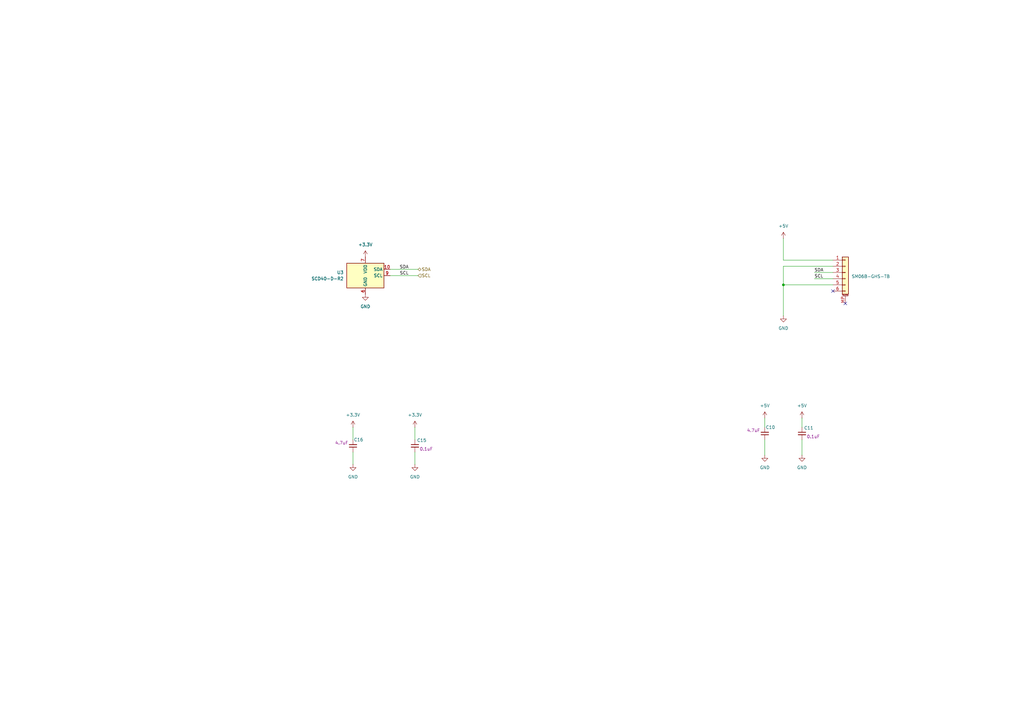
<source format=kicad_sch>
(kicad_sch (version 20250114) (generator "eeschema") (generator_version "9.0")
  (paper "A3")
  (title_block (rev "v0.1"))
  (lib_symbols
    (symbol "2s_Capacitor:100nF_0603_16V" (pin_numbers (hide yes)) (pin_names (offset 0.254) (hide yes))
      (property "Reference" "C" (at 1.905 1.27 0))
      (property "Display" "0.1uF" (at 1.905 -1.27 0))
      (symbol "100nF_0603_16V_0_1"
        (polyline (pts (xy -1.524 0.508) (xy 1.524 0.508)) (stroke (width 0.3048)))
        (polyline (pts (xy -1.524 -0.508) (xy 1.524 -0.508)) (stroke (width 0.3302)))
      )
      (symbol "100nF_0603_16V_1_1"
        (pin passive line (at 0 2.54 270) (length 2.032) (name "~") (number "1"))
        (pin passive line (at 0 -2.54 90) (length 2.032) (name "~") (number "2"))
      )
    )
    (symbol "2s_Capacitor:4.7uF_0603_25V" (pin_numbers (hide yes)) (pin_names (offset 0.254) (hide yes))
      (property "Reference" "C" (at 1.905 1.27 0))
      (property "Display" "4.7uF" (at 1.905 -1.27 0))
      (symbol "4.7uF_0603_25V_0_1"
        (polyline (pts (xy -1.524 0.508) (xy 1.524 0.508)) (stroke (width 0.3048)))
        (polyline (pts (xy -1.524 -0.508) (xy 1.524 -0.508)) (stroke (width 0.3302)))
      )
      (symbol "4.7uF_0603_25V_1_1"
        (pin passive line (at 0 2.54 270) (length 2.032) (name "~") (number "1"))
        (pin passive line (at 0 -2.54 90) (length 2.032) (name "~") (number "2"))
      )
    )
    (symbol "2s_connectors:SM06B-GHS-TB" (pin_names (offset 1.016) (hide yes))
      (property "Value" "SM06B-GHS-TB" (at -1.778 11.176 0))
      (symbol "SM06B-GHS-TB_1_1"
        (rectangle (start 0 7.62) (end 2.54 -7.62) (stroke (width 0.254)) (fill (type background)))
        (rectangle (start 0 6.477) (end 1.27 6.223) (stroke (width 0.1524)))
        (rectangle (start 0 3.937) (end 1.27 3.683) (stroke (width 0.1524)))
        (rectangle (start 0 1.397) (end 1.27 1.143) (stroke (width 0.1524)))
        (rectangle (start 0 -1.143) (end 1.27 -1.397) (stroke (width 0.1524)))
        (rectangle (start 0 -3.683) (end 1.27 -3.937) (stroke (width 0.1524)))
        (rectangle (start 0 -6.223) (end 1.27 -6.477) (stroke (width 0.1524)))
        (polyline (pts (xy 0.254 -8.382) (xy 2.286 -8.382)) (stroke (width 0.1524)))
        (text "Mounting" (at 1.27 -8.001 0) (effects (font (size 0.381 0.381))))
        (pin passive line (at -3.81 6.35 0) (length 3.81) (name "Pin_1") (number "1"))
        (pin passive line (at -3.81 3.81 0) (length 3.81) (name "Pin_2") (number "2"))
        (pin passive line (at -3.81 1.27 0) (length 3.81) (name "Pin_3") (number "3"))
        (pin passive line (at -3.81 -1.27 0) (length 3.81) (name "Pin_4") (number "4"))
        (pin passive line (at -3.81 -3.81 0) (length 3.81) (name "Pin_5") (number "5"))
        (pin passive line (at -3.81 -6.35 0) (length 3.81) (name "Pin_6") (number "6"))
        (pin passive line (at 1.27 -11.43 90) (length 3.048) (name "MountPin") (number "MP"))
      )
    )
    (symbol "2s_sensors:SCD40-D-R2"
      (property "Reference" "U" (at -7.62 6.35 0))
      (property "Value" "SCD40-D-R2" (at 6.985 6.35 0))
      (symbol "SCD40-D-R2_1_1"
        (rectangle (start -7.62 5.08) (end 7.62 -5.08) (stroke (width 0.254)) (fill (type background)))
        (pin passive line (at 0 7.62 270) (length 2.54) (hide yes) (name "VDD") (number "19"))
        (pin power_in line (at 0 7.62 270) (length 2.54) (name "VDD") (number "7"))
        (pin passive line (at 0 -7.62 90) (length 2.54) (hide yes) (name "GND") (number "20"))
        (pin passive line (at 0 -7.62 90) (length 2.54) (hide yes) (name "GND") (number "21"))
        (pin power_in line (at 0 -7.62 90) (length 2.54) (name "GND") (number "6"))
        (pin bidirectional line (at 10.16 2.54 180) (length 2.54) (name "SDA") (number "10"))
        (pin input line (at 10.16 0 180) (length 2.54) (name "SCL") (number "9"))
      )
    )
    (symbol "power:+3.3V" (power) (pin_numbers (hide yes)) (pin_names (offset 0) (hide yes))
      (property "Value" "+3.3V" (at 0 3.556 0))
      (symbol "+3.3V_0_1"
        (polyline (pts (xy -0.762 1.27) (xy 0 2.54)))
        (polyline (pts (xy 0 2.54) (xy 0.762 1.27)))
        (polyline (pts (xy 0 0) (xy 0 2.54)))
      )
      (symbol "+3.3V_1_1"
        (pin power_in line (at 0 0 90) (length 0) (name "~") (number "1"))
      )
    )
    (symbol "power:+5V" (power) (pin_numbers (hide yes)) (pin_names (offset 0) (hide yes))
      (property "Value" "+5V" (at 0 3.556 0))
      (symbol "+5V_0_1"
        (polyline (pts (xy -0.762 1.27) (xy 0 2.54)))
        (polyline (pts (xy 0 2.54) (xy 0.762 1.27)))
        (polyline (pts (xy 0 0) (xy 0 2.54)))
      )
      (symbol "+5V_1_1"
        (pin power_in line (at 0 0 90) (length 0) (name "~") (number "1"))
      )
    )
    (symbol "power:GND" (power) (pin_numbers (hide yes)) (pin_names (offset 0) (hide yes))
      (property "Value" "GND" (at 0 -3.81 0))
      (symbol "GND_0_1"
        (polyline (pts (xy 0 0) (xy 0 -1.27) (xy 1.27 -1.27) (xy 0 -2.54) (xy -1.27 -1.27) (xy 0 -1.27)))
      )
      (symbol "GND_1_1"
        (pin power_in line (at 0 0 270) (length 0) (name "~") (number "1"))
      )
    )
  )
  (junction (at 321.31 116.84))
  (no_connect (at 341.63 119.38))
  (no_connect (at 346.71 124.46))
  (wire (pts (xy 144.78 185.42) (xy 144.78 190.5)))
  (wire (pts (xy 321.31 97.79) (xy 321.31 106.68)))
  (wire (pts (xy 321.31 106.68) (xy 341.63 106.68)))
  (wire (pts (xy 170.18 175.26) (xy 170.18 180.34)))
  (wire (pts (xy 313.69 180.34) (xy 313.69 186.69)))
  (wire (pts (xy 321.31 116.84) (xy 321.31 129.54)))
  (wire (pts (xy 328.93 180.34) (xy 328.93 186.69)))
  (wire (pts (xy 321.31 116.84) (xy 341.63 116.84)))
  (wire (pts (xy 144.78 175.26) (xy 144.78 180.34)))
  (wire (pts (xy 334.01 114.3) (xy 341.63 114.3)))
  (wire (pts (xy 321.31 109.22) (xy 341.63 109.22)))
  (wire (pts (xy 170.18 185.42) (xy 170.18 190.5)))
  (wire (pts (xy 321.31 109.22) (xy 321.31 116.84)))
  (wire (pts (xy 328.93 171.45) (xy 328.93 175.26)))
  (wire (pts (xy 334.01 111.76) (xy 341.63 111.76)))
  (wire (pts (xy 171.45 113.03) (xy 160.02 113.03)))
  (wire (pts (xy 171.45 110.49) (xy 160.02 110.49)))
  (wire (pts (xy 313.69 171.45) (xy 313.69 175.26)))
  (label "SCL" (at 334.01 114.3 0))
  (label "SDA" (at 334.01 111.76 0))
  (label "SDA" (at 167.64 110.49 180))
  (label "SCL" (at 167.64 113.03 180))
  (hierarchical_label "SDA" (shape bidirectional) (at 171.45 110.49 0))
  (hierarchical_label "SCL" (shape input) (at 171.45 113.03 0))
  (symbol (lib_id "2s_Capacitor:4.7uF_0603_25V") (at 313.69 177.8 180) (unit 1)
    (property "Reference" "C10" (at 315.976 175.26 0))
    (property "Value" "4.7uF_0603_25V" (effects (hide yes)))
    (property "Footprint" "Capacitor_SMD:C_0603_1608Metric" (effects (hide yes)))
    (property "Description" "CAP CER 4.7UF 25V X5R 0603" (effects (hide yes)))
    (property "Specifications" "4.7uF, Min. 25V 10%, X7R or X5R or similar" (effects (hide yes)))
    (property "Manufacturer" "Murata" (effects (hide yes)))
    (property "MPN" "GRM188R61E475KE11D" (effects (hide yes)))
    (property "Display" "4.7uF" (at 311.785 176.53 0) (effects (justify left)))
  )
  (symbol (lib_id "power:GND") (at 149.86 120.65 0) (unit 1)
    (property "Reference" "#PWR020" (effects (hide yes)))
    (property "Value" "GND" (at 149.86 125.73 0))
    (property "Description" "Power symbol creates a global label with name \"GND\" , ground" (effects (hide yes)))
  )
  (symbol (lib_id "power:+5V") (at 321.31 97.79 0) (unit 1)
    (property "Reference" "#PWR060" (effects (hide yes)))
    (property "Value" "+5V" (at 321.31 92.71 0))
    (property "Description" "Power symbol creates a global label with name \"+5V\"" (effects (hide yes)))
  )
  (symbol (lib_id "power:+3.3V") (at 144.78 175.26 0) (unit 1)
    (property "Reference" "#PWR042" (effects (hide yes)))
    (property "Value" "+3.3V" (at 144.78 170.18 0))
    (property "Description" "Power symbol creates a global label with name \"+3.3V\"" (effects (hide yes)))
  )
  (symbol (lib_id "power:GND") (at 321.31 129.54 0) (unit 1)
    (property "Reference" "#PWR058" (effects (hide yes)))
    (property "Value" "GND" (at 321.31 134.62 0))
    (property "Description" "Power symbol creates a global label with name \"GND\" , ground" (effects (hide yes)))
  )
  (symbol (lib_id "power:+3.3V") (at 149.86 105.41 0) (unit 1)
    (property "Reference" "#PWR022" (effects (hide yes)))
    (property "Value" "+3.3V" (at 149.86 100.33 0))
    (property "Description" "Power symbol creates a global label with name \"+3.3V\"" (effects (hide yes)))
  )
  (symbol (lib_id "power:GND") (at 328.93 186.69 0) (unit 1)
    (property "Reference" "#PWR038" (effects (hide yes)))
    (property "Value" "GND" (at 328.93 191.77 0))
    (property "Description" "Power symbol creates a global label with name \"GND\" , ground" (effects (hide yes)))
  )
  (symbol (lib_id "power:+3.3V") (at 170.18 175.26 0) (unit 1)
    (property "Reference" "#PWR041" (effects (hide yes)))
    (property "Value" "+3.3V" (at 170.18 170.18 0))
    (property "Description" "Power symbol creates a global label with name \"+3.3V\"" (effects (hide yes)))
  )
  (symbol (lib_id "power:+5V") (at 313.69 171.45 0) (unit 1)
    (property "Reference" "#PWR037" (effects (hide yes)))
    (property "Value" "+5V" (at 313.69 166.37 0))
    (property "Description" "Power symbol creates a global label with name \"+5V\"" (effects (hide yes)))
  )
  (symbol (lib_id "power:GND") (at 170.18 190.5 0) (unit 1)
    (property "Reference" "#PWR043" (effects (hide yes)))
    (property "Value" "GND" (at 170.18 195.58 0))
    (property "Description" "Power symbol creates a global label with name \"GND\" , ground" (effects (hide yes)))
  )
  (symbol (lib_id "power:GND") (at 313.69 186.69 0) (unit 1)
    (property "Reference" "#PWR040" (effects (hide yes)))
    (property "Value" "GND" (at 313.69 191.77 0))
    (property "Description" "Power symbol creates a global label with name \"GND\" , ground" (effects (hide yes)))
  )
  (symbol (lib_id "2s_Capacitor:4.7uF_0603_25V") (at 144.78 182.88 180) (unit 1)
    (property "Reference" "C16" (at 147.066 180.34 0))
    (property "Value" "4.7uF_0603_25V" (effects (hide yes)))
    (property "Footprint" "Capacitor_SMD:C_0603_1608Metric" (effects (hide yes)))
    (property "Description" "CAP CER 4.7UF 25V X5R 0603" (effects (hide yes)))
    (property "Specifications" "4.7uF, Min. 25V 10%, X7R or X5R or similar" (effects (hide yes)))
    (property "Manufacturer" "Murata" (effects (hide yes)))
    (property "MPN" "GRM188R61E475KE11D" (effects (hide yes)))
    (property "Display" "4.7uF" (at 142.875 181.61 0) (effects (justify left)))
  )
  (symbol (lib_id "2s_sensors:SCD40-D-R2") (at 149.86 113.03 0) (unit 1)
    (property "Reference" "U3" (at 140.97 111.7599 0) (effects (justify right)))
    (property "Value" "SCD40-D-R2" (at 140.97 114.2999 0) (effects (justify right)))
    (property "Footprint" "Sensor:Sensirion_SCD4x-1EP_10.1x10.1mm_P1.25mm_EP4.8x4.8mm" (effects (hide yes)))
    (property "Datasheet" "https://sensirion.com/media/documents/E0F04247/631EF271/CD_DS_SCD40_SCD41_Datasheet_D1.pdf" (effects (hide yes)))
    (property "Description" "Photoacoustic CO2 sensor, 40 000 ppm, I2C, 2.4-5.5 V, Base accuracy  400 - 2000 ppm" (effects (hide yes)))
    (property "Manufacturer" "Sensirion AG" (effects (hide yes)))
    (property "MPN" "SCD40-D-R2" (effects (hide yes)))
    (property "Digi-Key_PN" "1649-SCD40-D-R2TR-ND" (effects (hide yes)))
  )
  (symbol (lib_id "2s_Capacitor:100nF_0603_16V") (at 170.18 182.88 0) (unit 1)
    (property "Reference" "C15" (at 172.974 180.594 0))
    (property "Value" "100nF_0603_16V" (effects (hide yes)))
    (property "Footprint" "Capacitor_SMD:C_0603_1608Metric" (effects (hide yes)))
    (property "Description" "0.1uF, Min. 16V 10%, X7R or X5R or similar" (effects (hide yes)))
    (property "Specifications" "0.1uF, Min. 16V 10%, X7R or X5R or similar" (effects (hide yes)))
    (property "Manufacturer" "AVX Corporation" (effects (hide yes)))
    (property "MPN" "0603YC104KAT2A" (effects (hide yes)))
    (property "Display" "0.1uF" (at 172.085 184.15 0) (effects (justify left)))
    (property "JLCPCB ID" "C14663" (effects (hide yes)))
    (property "Production Stage" "A" (effects (hide yes)))
  )
  (symbol (lib_id "power:GND") (at 144.78 190.5 0) (unit 1)
    (property "Reference" "#PWR044" (effects (hide yes)))
    (property "Value" "GND" (at 144.78 195.58 0))
    (property "Description" "Power symbol creates a global label with name \"GND\" , ground" (effects (hide yes)))
  )
  (symbol (lib_id "2s_connectors:SM06B-GHS-TB") (at 345.44 113.03 0) (unit 1)
    (property "Reference" "J3" (effects (hide yes)))
    (property "Value" "SM06B-GHS-TB" (at 349.25 113.3855 0) (effects (justify left)))
    (property "Footprint" "Connector_JST:JST_GH_SM06B-GHS-TB_1x06-1MP_P1.25mm_Horizontal" (effects (hide yes)))
    (property "Description" "Generic connector, single row, 01x06, script generated" (effects (hide yes)))
    (property "Manufacturer" "JST Sales America Inc." (effects (hide yes)))
    (property "MPN" "SM06B-GHS-TB" (effects (hide yes)))
    (property "Digi-Key_PN" "455-1568-1-ND" (effects (hide yes)))
  )
  (symbol (lib_id "power:+5V") (at 328.93 171.45 0) (unit 1)
    (property "Reference" "#PWR039" (effects (hide yes)))
    (property "Value" "+5V" (at 328.93 166.37 0))
    (property "Description" "Power symbol creates a global label with name \"+5V\"" (effects (hide yes)))
  )
  (symbol (lib_id "2s_Capacitor:100nF_0603_16V") (at 328.93 177.8 0) (unit 1)
    (property "Reference" "C11" (at 331.724 175.514 0))
    (property "Value" "100nF_0603_16V" (effects (hide yes)))
    (property "Footprint" "Capacitor_SMD:C_0603_1608Metric" (effects (hide yes)))
    (property "Description" "0.1uF, Min. 16V 10%, X7R or X5R or similar" (effects (hide yes)))
    (property "Specifications" "0.1uF, Min. 16V 10%, X7R or X5R or similar" (effects (hide yes)))
    (property "Manufacturer" "AVX Corporation" (effects (hide yes)))
    (property "MPN" "0603YC104KAT2A" (effects (hide yes)))
    (property "Display" "0.1uF" (at 330.835 179.07 0) (effects (justify left)))
    (property "JLCPCB ID" "C14663" (effects (hide yes)))
    (property "Production Stage" "A" (effects (hide yes)))
  )
)
</source>
